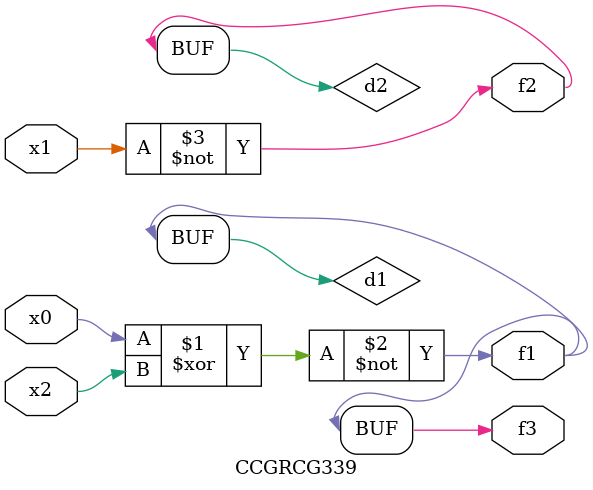
<source format=v>
module CCGRCG339(
	input x0, x1, x2,
	output f1, f2, f3
);

	wire d1, d2, d3;

	xnor (d1, x0, x2);
	nand (d2, x1);
	nor (d3, x1, x2);
	assign f1 = d1;
	assign f2 = d2;
	assign f3 = d1;
endmodule

</source>
